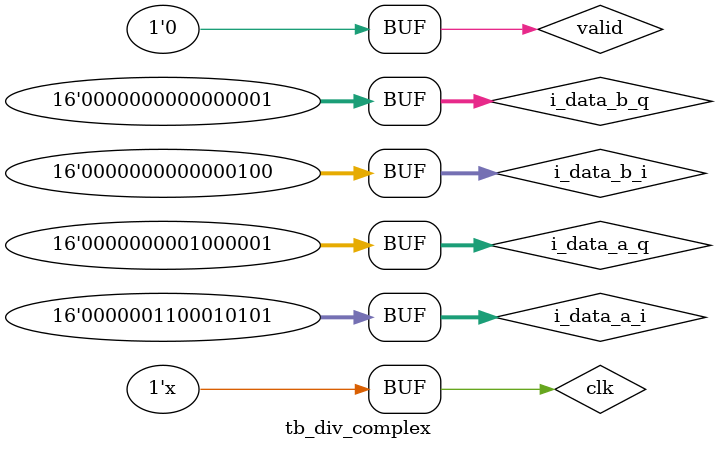
<source format=v>
`timescale 1ns / 1ps


module tb_div_complex();

reg clk = 0;

always  #5 clk = !clk;

wire oval;
wire [15:0] odat_re;
wire [15:0] odat_im;

//reg [16:0] memCos [7:0];
//reg [16:0] memSin [7:0];

//reg [16:0] dataCos;
//reg [16:0] dataSin;
reg valid = 1'b0;

reg [15:0] i_data_a_i;
reg [15:0] i_data_a_q;

reg [15:0] i_data_b_i;
reg [15:0] i_data_b_q;

//wire [31:0] mult_data_i;
//wire [31:0] mult_data_q;

//wire [31:0] ab_2;

initial begin
    #20
    i_data_a_i = 740;
    i_data_a_q = 740;
    i_data_b_i = 10;
    i_data_b_q = 10;
    valid = 1'b1;
    #10;
    i_data_a_i = 1000;
    i_data_a_q = 0;
    i_data_b_i = 200;
    i_data_b_q = 10;
    valid = 1'b1;
    #10 ;
    i_data_a_i = 740;
    i_data_a_q = 45;
    i_data_b_i = 0;
    i_data_b_q = 156;
    valid = 1'b1;
    #10 ;
    i_data_a_i = 789;
    i_data_a_q = 65;
    i_data_b_i = 4;
    i_data_b_q = 1;
    valid = 1'b1;
    #10 ;
    valid = 1'b0;
end 

div_complex #(.DATA_SIZE(16))
    _div_complex(
    .i_clk(clk),
    .i_reset(1'b0),
    .i_valid(valid),
    .i_data_a_i(i_data_a_i),
    .i_data_a_q(i_data_a_q),
    .i_data_b_i(i_data_b_i),
    .i_data_b_q(i_data_b_q),
    .o_data_i(odat_re),
    .o_data_q(odat_im),
    .o_valid(oval)
    );

endmodule

</source>
